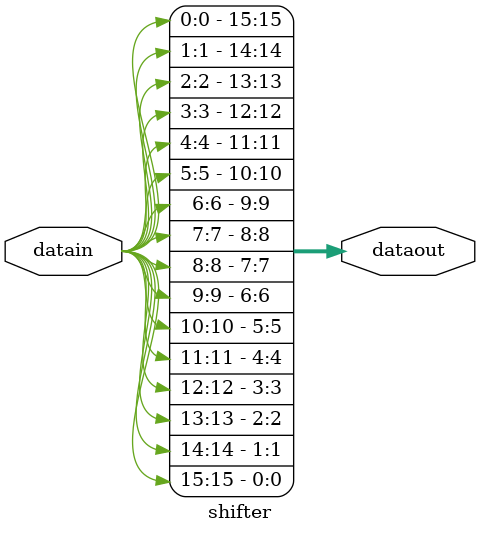
<source format=v>
module shifter(
	datain,
	dataout
);
	input [15:0]datain;
	output [15:0]dataout;
assign dataout[0]=datain[15];
assign dataout[1]=datain[14];
assign dataout[2]=datain[13];
assign dataout[3]=datain[12];
assign dataout[4]=datain[11];
assign dataout[5]=datain[10];
assign dataout[6]=datain[9];
assign dataout[7]=datain[8];
assign dataout[8]=datain[7];
assign dataout[9]=datain[6];
assign dataout[10]=datain[5];
assign dataout[11]=datain[4];
assign dataout[12]=datain[3];
assign dataout[13]=datain[2];
assign dataout[14]=datain[1];
assign dataout[15]=datain[0];
endmodule
</source>
